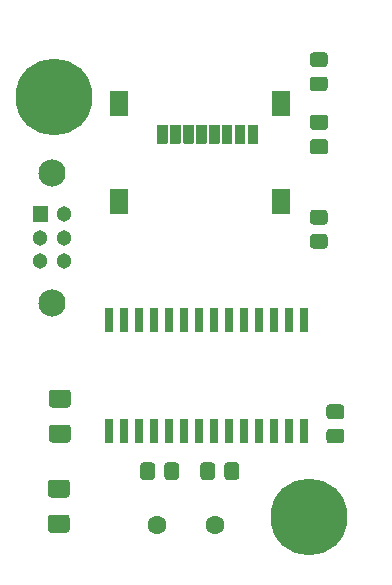
<source format=gts>
G04 #@! TF.GenerationSoftware,KiCad,Pcbnew,5.1.10*
G04 #@! TF.CreationDate,2022-01-04T22:36:10-05:00*
G04 #@! TF.ProjectId,logger,6c6f6767-6572-42e6-9b69-6361645f7063,rev?*
G04 #@! TF.SameCoordinates,Original*
G04 #@! TF.FileFunction,Soldermask,Top*
G04 #@! TF.FilePolarity,Negative*
%FSLAX46Y46*%
G04 Gerber Fmt 4.6, Leading zero omitted, Abs format (unit mm)*
G04 Created by KiCad (PCBNEW 5.1.10) date 2022-01-04 22:36:10*
%MOMM*%
%LPD*%
G01*
G04 APERTURE LIST*
%ADD10C,2.301600*%
%ADD11C,1.301600*%
%ADD12C,1.601600*%
%ADD13C,6.501600*%
G04 APERTURE END LIST*
G36*
G01*
X150770583Y-70945500D02*
X149762217Y-70945500D01*
G75*
G02*
X149490600Y-70673883I0J271617D01*
G01*
X149490600Y-69940517D01*
G75*
G02*
X149762217Y-69668900I271617J0D01*
G01*
X150770583Y-69668900D01*
G75*
G02*
X151042200Y-69940517I0J-271617D01*
G01*
X151042200Y-70673883D01*
G75*
G02*
X150770583Y-70945500I-271617J0D01*
G01*
G37*
G36*
G01*
X150770583Y-73020500D02*
X149762217Y-73020500D01*
G75*
G02*
X149490600Y-72748883I0J271617D01*
G01*
X149490600Y-72015517D01*
G75*
G02*
X149762217Y-71743900I271617J0D01*
G01*
X150770583Y-71743900D01*
G75*
G02*
X151042200Y-72015517I0J-271617D01*
G01*
X151042200Y-72748883D01*
G75*
G02*
X150770583Y-73020500I-271617J0D01*
G01*
G37*
D10*
X127676400Y-74586200D03*
X127676400Y-85586200D03*
D11*
X128676400Y-78086200D03*
X128676400Y-80086200D03*
X128676400Y-82086200D03*
X126676400Y-82086200D03*
G36*
G01*
X126076400Y-77435400D02*
X127276400Y-77435400D01*
G75*
G02*
X127327200Y-77486200I0J-50800D01*
G01*
X127327200Y-78686200D01*
G75*
G02*
X127276400Y-78737000I-50800J0D01*
G01*
X126076400Y-78737000D01*
G75*
G02*
X126025600Y-78686200I0J50800D01*
G01*
X126025600Y-77486200D01*
G75*
G02*
X126076400Y-77435400I50800J0D01*
G01*
G37*
X126676400Y-80086200D03*
D12*
X141430400Y-104444800D03*
X136550400Y-104444800D03*
D13*
X127787400Y-68148200D03*
G36*
G01*
X149762285Y-66439200D02*
X150719715Y-66439200D01*
G75*
G02*
X150991800Y-66711285I0J-272085D01*
G01*
X150991800Y-67418715D01*
G75*
G02*
X150719715Y-67690800I-272085J0D01*
G01*
X149762285Y-67690800D01*
G75*
G02*
X149490200Y-67418715I0J272085D01*
G01*
X149490200Y-66711285D01*
G75*
G02*
X149762285Y-66439200I272085J0D01*
G01*
G37*
G36*
G01*
X149762285Y-64389200D02*
X150719715Y-64389200D01*
G75*
G02*
X150991800Y-64661285I0J-272085D01*
G01*
X150991800Y-65368715D01*
G75*
G02*
X150719715Y-65640800I-272085J0D01*
G01*
X149762285Y-65640800D01*
G75*
G02*
X149490200Y-65368715I0J272085D01*
G01*
X149490200Y-64661285D01*
G75*
G02*
X149762285Y-64389200I272085J0D01*
G01*
G37*
G36*
G01*
X152116715Y-97501400D02*
X151159285Y-97501400D01*
G75*
G02*
X150887200Y-97229315I0J272085D01*
G01*
X150887200Y-96521885D01*
G75*
G02*
X151159285Y-96249800I272085J0D01*
G01*
X152116715Y-96249800D01*
G75*
G02*
X152388800Y-96521885I0J-272085D01*
G01*
X152388800Y-97229315D01*
G75*
G02*
X152116715Y-97501400I-272085J0D01*
G01*
G37*
G36*
G01*
X152116715Y-95451400D02*
X151159285Y-95451400D01*
G75*
G02*
X150887200Y-95179315I0J272085D01*
G01*
X150887200Y-94471885D01*
G75*
G02*
X151159285Y-94199800I272085J0D01*
G01*
X152116715Y-94199800D01*
G75*
G02*
X152388800Y-94471885I0J-272085D01*
G01*
X152388800Y-95179315D01*
G75*
G02*
X152116715Y-95451400I-272085J0D01*
G01*
G37*
G36*
G01*
X150719715Y-81016800D02*
X149762285Y-81016800D01*
G75*
G02*
X149490200Y-80744715I0J272085D01*
G01*
X149490200Y-80037285D01*
G75*
G02*
X149762285Y-79765200I272085J0D01*
G01*
X150719715Y-79765200D01*
G75*
G02*
X150991800Y-80037285I0J-272085D01*
G01*
X150991800Y-80744715D01*
G75*
G02*
X150719715Y-81016800I-272085J0D01*
G01*
G37*
G36*
G01*
X150719715Y-78966800D02*
X149762285Y-78966800D01*
G75*
G02*
X149490200Y-78694715I0J272085D01*
G01*
X149490200Y-77987285D01*
G75*
G02*
X149762285Y-77715200I272085J0D01*
G01*
X150719715Y-77715200D01*
G75*
G02*
X150991800Y-77987285I0J-272085D01*
G01*
X150991800Y-78694715D01*
G75*
G02*
X150719715Y-78966800I-272085J0D01*
G01*
G37*
G36*
G01*
X138420800Y-99368685D02*
X138420800Y-100326115D01*
G75*
G02*
X138148715Y-100598200I-272085J0D01*
G01*
X137441285Y-100598200D01*
G75*
G02*
X137169200Y-100326115I0J272085D01*
G01*
X137169200Y-99368685D01*
G75*
G02*
X137441285Y-99096600I272085J0D01*
G01*
X138148715Y-99096600D01*
G75*
G02*
X138420800Y-99368685I0J-272085D01*
G01*
G37*
G36*
G01*
X136370800Y-99368685D02*
X136370800Y-100326115D01*
G75*
G02*
X136098715Y-100598200I-272085J0D01*
G01*
X135391285Y-100598200D01*
G75*
G02*
X135119200Y-100326115I0J272085D01*
G01*
X135119200Y-99368685D01*
G75*
G02*
X135391285Y-99096600I272085J0D01*
G01*
X136098715Y-99096600D01*
G75*
G02*
X136370800Y-99368685I0J-272085D01*
G01*
G37*
G36*
G01*
X141459800Y-99368685D02*
X141459800Y-100326115D01*
G75*
G02*
X141187715Y-100598200I-272085J0D01*
G01*
X140480285Y-100598200D01*
G75*
G02*
X140208200Y-100326115I0J272085D01*
G01*
X140208200Y-99368685D01*
G75*
G02*
X140480285Y-99096600I272085J0D01*
G01*
X141187715Y-99096600D01*
G75*
G02*
X141459800Y-99368685I0J-272085D01*
G01*
G37*
G36*
G01*
X143509800Y-99368685D02*
X143509800Y-100326115D01*
G75*
G02*
X143237715Y-100598200I-272085J0D01*
G01*
X142530285Y-100598200D01*
G75*
G02*
X142258200Y-100326115I0J272085D01*
G01*
X142258200Y-99368685D01*
G75*
G02*
X142530285Y-99096600I272085J0D01*
G01*
X143237715Y-99096600D01*
G75*
G02*
X143509800Y-99368685I0J-272085D01*
G01*
G37*
G36*
G01*
X127561224Y-103529100D02*
X128877176Y-103529100D01*
G75*
G02*
X129145000Y-103796924I0J-267824D01*
G01*
X129145000Y-104787876D01*
G75*
G02*
X128877176Y-105055700I-267824J0D01*
G01*
X127561224Y-105055700D01*
G75*
G02*
X127293400Y-104787876I0J267824D01*
G01*
X127293400Y-103796924D01*
G75*
G02*
X127561224Y-103529100I267824J0D01*
G01*
G37*
G36*
G01*
X127561224Y-100554100D02*
X128877176Y-100554100D01*
G75*
G02*
X129145000Y-100821924I0J-267824D01*
G01*
X129145000Y-101812876D01*
G75*
G02*
X128877176Y-102080700I-267824J0D01*
G01*
X127561224Y-102080700D01*
G75*
G02*
X127293400Y-101812876I0J267824D01*
G01*
X127293400Y-100821924D01*
G75*
G02*
X127561224Y-100554100I267824J0D01*
G01*
G37*
G36*
G01*
X127662824Y-92934100D02*
X128978776Y-92934100D01*
G75*
G02*
X129246600Y-93201924I0J-267824D01*
G01*
X129246600Y-94192876D01*
G75*
G02*
X128978776Y-94460700I-267824J0D01*
G01*
X127662824Y-94460700D01*
G75*
G02*
X127395000Y-94192876I0J267824D01*
G01*
X127395000Y-93201924D01*
G75*
G02*
X127662824Y-92934100I267824J0D01*
G01*
G37*
G36*
G01*
X127662824Y-95909100D02*
X128978776Y-95909100D01*
G75*
G02*
X129246600Y-96176924I0J-267824D01*
G01*
X129246600Y-97167876D01*
G75*
G02*
X128978776Y-97435700I-267824J0D01*
G01*
X127662824Y-97435700D01*
G75*
G02*
X127395000Y-97167876I0J267824D01*
G01*
X127395000Y-96176924D01*
G75*
G02*
X127662824Y-95909100I267824J0D01*
G01*
G37*
G36*
G01*
X132761000Y-97495600D02*
X132161000Y-97495600D01*
G75*
G02*
X132110200Y-97444800I0J50800D01*
G01*
X132110200Y-95444800D01*
G75*
G02*
X132161000Y-95394000I50800J0D01*
G01*
X132761000Y-95394000D01*
G75*
G02*
X132811800Y-95444800I0J-50800D01*
G01*
X132811800Y-97444800D01*
G75*
G02*
X132761000Y-97495600I-50800J0D01*
G01*
G37*
G36*
G01*
X134031000Y-97495600D02*
X133431000Y-97495600D01*
G75*
G02*
X133380200Y-97444800I0J50800D01*
G01*
X133380200Y-95444800D01*
G75*
G02*
X133431000Y-95394000I50800J0D01*
G01*
X134031000Y-95394000D01*
G75*
G02*
X134081800Y-95444800I0J-50800D01*
G01*
X134081800Y-97444800D01*
G75*
G02*
X134031000Y-97495600I-50800J0D01*
G01*
G37*
G36*
G01*
X135301000Y-97495600D02*
X134701000Y-97495600D01*
G75*
G02*
X134650200Y-97444800I0J50800D01*
G01*
X134650200Y-95444800D01*
G75*
G02*
X134701000Y-95394000I50800J0D01*
G01*
X135301000Y-95394000D01*
G75*
G02*
X135351800Y-95444800I0J-50800D01*
G01*
X135351800Y-97444800D01*
G75*
G02*
X135301000Y-97495600I-50800J0D01*
G01*
G37*
G36*
G01*
X136571000Y-97495600D02*
X135971000Y-97495600D01*
G75*
G02*
X135920200Y-97444800I0J50800D01*
G01*
X135920200Y-95444800D01*
G75*
G02*
X135971000Y-95394000I50800J0D01*
G01*
X136571000Y-95394000D01*
G75*
G02*
X136621800Y-95444800I0J-50800D01*
G01*
X136621800Y-97444800D01*
G75*
G02*
X136571000Y-97495600I-50800J0D01*
G01*
G37*
G36*
G01*
X137841000Y-97495600D02*
X137241000Y-97495600D01*
G75*
G02*
X137190200Y-97444800I0J50800D01*
G01*
X137190200Y-95444800D01*
G75*
G02*
X137241000Y-95394000I50800J0D01*
G01*
X137841000Y-95394000D01*
G75*
G02*
X137891800Y-95444800I0J-50800D01*
G01*
X137891800Y-97444800D01*
G75*
G02*
X137841000Y-97495600I-50800J0D01*
G01*
G37*
G36*
G01*
X139111000Y-97495600D02*
X138511000Y-97495600D01*
G75*
G02*
X138460200Y-97444800I0J50800D01*
G01*
X138460200Y-95444800D01*
G75*
G02*
X138511000Y-95394000I50800J0D01*
G01*
X139111000Y-95394000D01*
G75*
G02*
X139161800Y-95444800I0J-50800D01*
G01*
X139161800Y-97444800D01*
G75*
G02*
X139111000Y-97495600I-50800J0D01*
G01*
G37*
G36*
G01*
X140381000Y-97495600D02*
X139781000Y-97495600D01*
G75*
G02*
X139730200Y-97444800I0J50800D01*
G01*
X139730200Y-95444800D01*
G75*
G02*
X139781000Y-95394000I50800J0D01*
G01*
X140381000Y-95394000D01*
G75*
G02*
X140431800Y-95444800I0J-50800D01*
G01*
X140431800Y-97444800D01*
G75*
G02*
X140381000Y-97495600I-50800J0D01*
G01*
G37*
G36*
G01*
X141651000Y-97495600D02*
X141051000Y-97495600D01*
G75*
G02*
X141000200Y-97444800I0J50800D01*
G01*
X141000200Y-95444800D01*
G75*
G02*
X141051000Y-95394000I50800J0D01*
G01*
X141651000Y-95394000D01*
G75*
G02*
X141701800Y-95444800I0J-50800D01*
G01*
X141701800Y-97444800D01*
G75*
G02*
X141651000Y-97495600I-50800J0D01*
G01*
G37*
G36*
G01*
X142921000Y-97495600D02*
X142321000Y-97495600D01*
G75*
G02*
X142270200Y-97444800I0J50800D01*
G01*
X142270200Y-95444800D01*
G75*
G02*
X142321000Y-95394000I50800J0D01*
G01*
X142921000Y-95394000D01*
G75*
G02*
X142971800Y-95444800I0J-50800D01*
G01*
X142971800Y-97444800D01*
G75*
G02*
X142921000Y-97495600I-50800J0D01*
G01*
G37*
G36*
G01*
X144191000Y-97495600D02*
X143591000Y-97495600D01*
G75*
G02*
X143540200Y-97444800I0J50800D01*
G01*
X143540200Y-95444800D01*
G75*
G02*
X143591000Y-95394000I50800J0D01*
G01*
X144191000Y-95394000D01*
G75*
G02*
X144241800Y-95444800I0J-50800D01*
G01*
X144241800Y-97444800D01*
G75*
G02*
X144191000Y-97495600I-50800J0D01*
G01*
G37*
G36*
G01*
X145461000Y-97495600D02*
X144861000Y-97495600D01*
G75*
G02*
X144810200Y-97444800I0J50800D01*
G01*
X144810200Y-95444800D01*
G75*
G02*
X144861000Y-95394000I50800J0D01*
G01*
X145461000Y-95394000D01*
G75*
G02*
X145511800Y-95444800I0J-50800D01*
G01*
X145511800Y-97444800D01*
G75*
G02*
X145461000Y-97495600I-50800J0D01*
G01*
G37*
G36*
G01*
X146731000Y-97495600D02*
X146131000Y-97495600D01*
G75*
G02*
X146080200Y-97444800I0J50800D01*
G01*
X146080200Y-95444800D01*
G75*
G02*
X146131000Y-95394000I50800J0D01*
G01*
X146731000Y-95394000D01*
G75*
G02*
X146781800Y-95444800I0J-50800D01*
G01*
X146781800Y-97444800D01*
G75*
G02*
X146731000Y-97495600I-50800J0D01*
G01*
G37*
G36*
G01*
X148001000Y-97495600D02*
X147401000Y-97495600D01*
G75*
G02*
X147350200Y-97444800I0J50800D01*
G01*
X147350200Y-95444800D01*
G75*
G02*
X147401000Y-95394000I50800J0D01*
G01*
X148001000Y-95394000D01*
G75*
G02*
X148051800Y-95444800I0J-50800D01*
G01*
X148051800Y-97444800D01*
G75*
G02*
X148001000Y-97495600I-50800J0D01*
G01*
G37*
G36*
G01*
X149271000Y-97495600D02*
X148671000Y-97495600D01*
G75*
G02*
X148620200Y-97444800I0J50800D01*
G01*
X148620200Y-95444800D01*
G75*
G02*
X148671000Y-95394000I50800J0D01*
G01*
X149271000Y-95394000D01*
G75*
G02*
X149321800Y-95444800I0J-50800D01*
G01*
X149321800Y-97444800D01*
G75*
G02*
X149271000Y-97495600I-50800J0D01*
G01*
G37*
G36*
G01*
X149271000Y-88095600D02*
X148671000Y-88095600D01*
G75*
G02*
X148620200Y-88044800I0J50800D01*
G01*
X148620200Y-86044800D01*
G75*
G02*
X148671000Y-85994000I50800J0D01*
G01*
X149271000Y-85994000D01*
G75*
G02*
X149321800Y-86044800I0J-50800D01*
G01*
X149321800Y-88044800D01*
G75*
G02*
X149271000Y-88095600I-50800J0D01*
G01*
G37*
G36*
G01*
X148001000Y-88095600D02*
X147401000Y-88095600D01*
G75*
G02*
X147350200Y-88044800I0J50800D01*
G01*
X147350200Y-86044800D01*
G75*
G02*
X147401000Y-85994000I50800J0D01*
G01*
X148001000Y-85994000D01*
G75*
G02*
X148051800Y-86044800I0J-50800D01*
G01*
X148051800Y-88044800D01*
G75*
G02*
X148001000Y-88095600I-50800J0D01*
G01*
G37*
G36*
G01*
X146731000Y-88095600D02*
X146131000Y-88095600D01*
G75*
G02*
X146080200Y-88044800I0J50800D01*
G01*
X146080200Y-86044800D01*
G75*
G02*
X146131000Y-85994000I50800J0D01*
G01*
X146731000Y-85994000D01*
G75*
G02*
X146781800Y-86044800I0J-50800D01*
G01*
X146781800Y-88044800D01*
G75*
G02*
X146731000Y-88095600I-50800J0D01*
G01*
G37*
G36*
G01*
X145461000Y-88095600D02*
X144861000Y-88095600D01*
G75*
G02*
X144810200Y-88044800I0J50800D01*
G01*
X144810200Y-86044800D01*
G75*
G02*
X144861000Y-85994000I50800J0D01*
G01*
X145461000Y-85994000D01*
G75*
G02*
X145511800Y-86044800I0J-50800D01*
G01*
X145511800Y-88044800D01*
G75*
G02*
X145461000Y-88095600I-50800J0D01*
G01*
G37*
G36*
G01*
X144191000Y-88095600D02*
X143591000Y-88095600D01*
G75*
G02*
X143540200Y-88044800I0J50800D01*
G01*
X143540200Y-86044800D01*
G75*
G02*
X143591000Y-85994000I50800J0D01*
G01*
X144191000Y-85994000D01*
G75*
G02*
X144241800Y-86044800I0J-50800D01*
G01*
X144241800Y-88044800D01*
G75*
G02*
X144191000Y-88095600I-50800J0D01*
G01*
G37*
G36*
G01*
X142921000Y-88095600D02*
X142321000Y-88095600D01*
G75*
G02*
X142270200Y-88044800I0J50800D01*
G01*
X142270200Y-86044800D01*
G75*
G02*
X142321000Y-85994000I50800J0D01*
G01*
X142921000Y-85994000D01*
G75*
G02*
X142971800Y-86044800I0J-50800D01*
G01*
X142971800Y-88044800D01*
G75*
G02*
X142921000Y-88095600I-50800J0D01*
G01*
G37*
G36*
G01*
X141651000Y-88095600D02*
X141051000Y-88095600D01*
G75*
G02*
X141000200Y-88044800I0J50800D01*
G01*
X141000200Y-86044800D01*
G75*
G02*
X141051000Y-85994000I50800J0D01*
G01*
X141651000Y-85994000D01*
G75*
G02*
X141701800Y-86044800I0J-50800D01*
G01*
X141701800Y-88044800D01*
G75*
G02*
X141651000Y-88095600I-50800J0D01*
G01*
G37*
G36*
G01*
X140381000Y-88095600D02*
X139781000Y-88095600D01*
G75*
G02*
X139730200Y-88044800I0J50800D01*
G01*
X139730200Y-86044800D01*
G75*
G02*
X139781000Y-85994000I50800J0D01*
G01*
X140381000Y-85994000D01*
G75*
G02*
X140431800Y-86044800I0J-50800D01*
G01*
X140431800Y-88044800D01*
G75*
G02*
X140381000Y-88095600I-50800J0D01*
G01*
G37*
G36*
G01*
X139111000Y-88095600D02*
X138511000Y-88095600D01*
G75*
G02*
X138460200Y-88044800I0J50800D01*
G01*
X138460200Y-86044800D01*
G75*
G02*
X138511000Y-85994000I50800J0D01*
G01*
X139111000Y-85994000D01*
G75*
G02*
X139161800Y-86044800I0J-50800D01*
G01*
X139161800Y-88044800D01*
G75*
G02*
X139111000Y-88095600I-50800J0D01*
G01*
G37*
G36*
G01*
X137841000Y-88095600D02*
X137241000Y-88095600D01*
G75*
G02*
X137190200Y-88044800I0J50800D01*
G01*
X137190200Y-86044800D01*
G75*
G02*
X137241000Y-85994000I50800J0D01*
G01*
X137841000Y-85994000D01*
G75*
G02*
X137891800Y-86044800I0J-50800D01*
G01*
X137891800Y-88044800D01*
G75*
G02*
X137841000Y-88095600I-50800J0D01*
G01*
G37*
G36*
G01*
X136571000Y-88095600D02*
X135971000Y-88095600D01*
G75*
G02*
X135920200Y-88044800I0J50800D01*
G01*
X135920200Y-86044800D01*
G75*
G02*
X135971000Y-85994000I50800J0D01*
G01*
X136571000Y-85994000D01*
G75*
G02*
X136621800Y-86044800I0J-50800D01*
G01*
X136621800Y-88044800D01*
G75*
G02*
X136571000Y-88095600I-50800J0D01*
G01*
G37*
G36*
G01*
X135301000Y-88095600D02*
X134701000Y-88095600D01*
G75*
G02*
X134650200Y-88044800I0J50800D01*
G01*
X134650200Y-86044800D01*
G75*
G02*
X134701000Y-85994000I50800J0D01*
G01*
X135301000Y-85994000D01*
G75*
G02*
X135351800Y-86044800I0J-50800D01*
G01*
X135351800Y-88044800D01*
G75*
G02*
X135301000Y-88095600I-50800J0D01*
G01*
G37*
G36*
G01*
X134031000Y-88095600D02*
X133431000Y-88095600D01*
G75*
G02*
X133380200Y-88044800I0J50800D01*
G01*
X133380200Y-86044800D01*
G75*
G02*
X133431000Y-85994000I50800J0D01*
G01*
X134031000Y-85994000D01*
G75*
G02*
X134081800Y-86044800I0J-50800D01*
G01*
X134081800Y-88044800D01*
G75*
G02*
X134031000Y-88095600I-50800J0D01*
G01*
G37*
G36*
G01*
X132761000Y-88095600D02*
X132161000Y-88095600D01*
G75*
G02*
X132110200Y-88044800I0J50800D01*
G01*
X132110200Y-86044800D01*
G75*
G02*
X132161000Y-85994000I50800J0D01*
G01*
X132761000Y-85994000D01*
G75*
G02*
X132811800Y-86044800I0J-50800D01*
G01*
X132811800Y-88044800D01*
G75*
G02*
X132761000Y-88095600I-50800J0D01*
G01*
G37*
G36*
G01*
X136535200Y-72057000D02*
X136535200Y-70557000D01*
G75*
G02*
X136586000Y-70506200I50800J0D01*
G01*
X137386000Y-70506200D01*
G75*
G02*
X137436800Y-70557000I0J-50800D01*
G01*
X137436800Y-72057000D01*
G75*
G02*
X137386000Y-72107800I-50800J0D01*
G01*
X136586000Y-72107800D01*
G75*
G02*
X136535200Y-72057000I0J50800D01*
G01*
G37*
G36*
G01*
X137635200Y-72057000D02*
X137635200Y-70557000D01*
G75*
G02*
X137686000Y-70506200I50800J0D01*
G01*
X138486000Y-70506200D01*
G75*
G02*
X138536800Y-70557000I0J-50800D01*
G01*
X138536800Y-72057000D01*
G75*
G02*
X138486000Y-72107800I-50800J0D01*
G01*
X137686000Y-72107800D01*
G75*
G02*
X137635200Y-72057000I0J50800D01*
G01*
G37*
G36*
G01*
X138745200Y-72057000D02*
X138745200Y-70557000D01*
G75*
G02*
X138796000Y-70506200I50800J0D01*
G01*
X139596000Y-70506200D01*
G75*
G02*
X139646800Y-70557000I0J-50800D01*
G01*
X139646800Y-72057000D01*
G75*
G02*
X139596000Y-72107800I-50800J0D01*
G01*
X138796000Y-72107800D01*
G75*
G02*
X138745200Y-72057000I0J50800D01*
G01*
G37*
G36*
G01*
X139835200Y-72057000D02*
X139835200Y-70557000D01*
G75*
G02*
X139886000Y-70506200I50800J0D01*
G01*
X140686000Y-70506200D01*
G75*
G02*
X140736800Y-70557000I0J-50800D01*
G01*
X140736800Y-72057000D01*
G75*
G02*
X140686000Y-72107800I-50800J0D01*
G01*
X139886000Y-72107800D01*
G75*
G02*
X139835200Y-72057000I0J50800D01*
G01*
G37*
G36*
G01*
X140935200Y-72067000D02*
X140935200Y-70567000D01*
G75*
G02*
X140986000Y-70516200I50800J0D01*
G01*
X141786000Y-70516200D01*
G75*
G02*
X141836800Y-70567000I0J-50800D01*
G01*
X141836800Y-72067000D01*
G75*
G02*
X141786000Y-72117800I-50800J0D01*
G01*
X140986000Y-72117800D01*
G75*
G02*
X140935200Y-72067000I0J50800D01*
G01*
G37*
G36*
G01*
X142035200Y-72057000D02*
X142035200Y-70557000D01*
G75*
G02*
X142086000Y-70506200I50800J0D01*
G01*
X142886000Y-70506200D01*
G75*
G02*
X142936800Y-70557000I0J-50800D01*
G01*
X142936800Y-72057000D01*
G75*
G02*
X142886000Y-72107800I-50800J0D01*
G01*
X142086000Y-72107800D01*
G75*
G02*
X142035200Y-72057000I0J50800D01*
G01*
G37*
G36*
G01*
X143135200Y-72057000D02*
X143135200Y-70557000D01*
G75*
G02*
X143186000Y-70506200I50800J0D01*
G01*
X143986000Y-70506200D01*
G75*
G02*
X144036800Y-70557000I0J-50800D01*
G01*
X144036800Y-72057000D01*
G75*
G02*
X143986000Y-72107800I-50800J0D01*
G01*
X143186000Y-72107800D01*
G75*
G02*
X143135200Y-72057000I0J50800D01*
G01*
G37*
G36*
G01*
X144235200Y-72057000D02*
X144235200Y-70557000D01*
G75*
G02*
X144286000Y-70506200I50800J0D01*
G01*
X145086000Y-70506200D01*
G75*
G02*
X145136800Y-70557000I0J-50800D01*
G01*
X145136800Y-72057000D01*
G75*
G02*
X145086000Y-72107800I-50800J0D01*
G01*
X144286000Y-72107800D01*
G75*
G02*
X144235200Y-72057000I0J50800D01*
G01*
G37*
G36*
G01*
X146290200Y-78007000D02*
X146290200Y-76007000D01*
G75*
G02*
X146341000Y-75956200I50800J0D01*
G01*
X147791000Y-75956200D01*
G75*
G02*
X147841800Y-76007000I0J-50800D01*
G01*
X147841800Y-78007000D01*
G75*
G02*
X147791000Y-78057800I-50800J0D01*
G01*
X146341000Y-78057800D01*
G75*
G02*
X146290200Y-78007000I0J50800D01*
G01*
G37*
G36*
G01*
X132540200Y-78007000D02*
X132540200Y-76007000D01*
G75*
G02*
X132591000Y-75956200I50800J0D01*
G01*
X134041000Y-75956200D01*
G75*
G02*
X134091800Y-76007000I0J-50800D01*
G01*
X134091800Y-78007000D01*
G75*
G02*
X134041000Y-78057800I-50800J0D01*
G01*
X132591000Y-78057800D01*
G75*
G02*
X132540200Y-78007000I0J50800D01*
G01*
G37*
G36*
G01*
X132540200Y-69707000D02*
X132540200Y-67707000D01*
G75*
G02*
X132591000Y-67656200I50800J0D01*
G01*
X134041000Y-67656200D01*
G75*
G02*
X134091800Y-67707000I0J-50800D01*
G01*
X134091800Y-69707000D01*
G75*
G02*
X134041000Y-69757800I-50800J0D01*
G01*
X132591000Y-69757800D01*
G75*
G02*
X132540200Y-69707000I0J50800D01*
G01*
G37*
G36*
G01*
X146290200Y-69707000D02*
X146290200Y-67707000D01*
G75*
G02*
X146341000Y-67656200I50800J0D01*
G01*
X147791000Y-67656200D01*
G75*
G02*
X147841800Y-67707000I0J-50800D01*
G01*
X147841800Y-69707000D01*
G75*
G02*
X147791000Y-69757800I-50800J0D01*
G01*
X146341000Y-69757800D01*
G75*
G02*
X146290200Y-69707000I0J50800D01*
G01*
G37*
X149377400Y-103708200D03*
M02*

</source>
